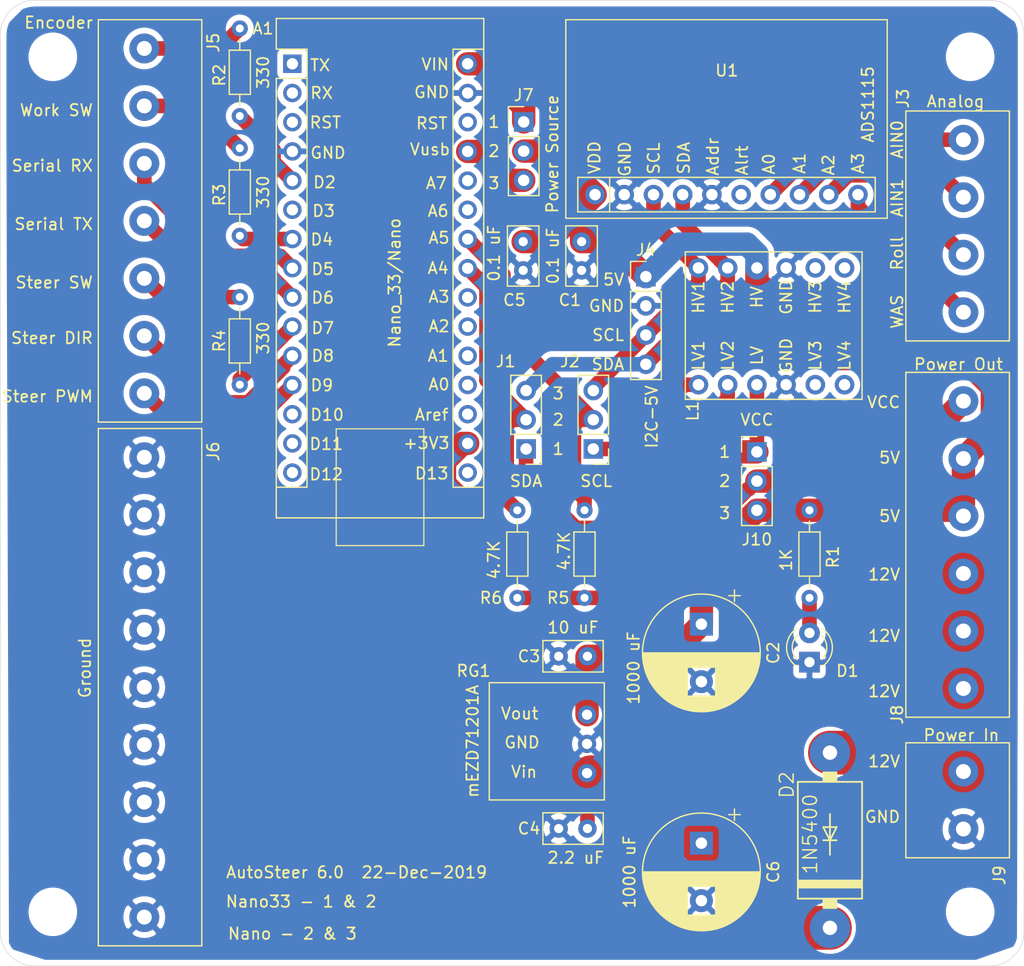
<source format=kicad_pcb>
(kicad_pcb (version 20171130) (host pcbnew "(5.1.2)-2")
  (layers (0 F.Cu signal) (31 B.Cu signal) (34 B.Paste user) (35 F.Paste user) (36 B.SilkS user) (37 F.SilkS user) (38 B.Mask user) (39 F.Mask user) (44 Edge.Cuts user))
  (net 0 "")
  (net 1 "Net-(A1-Pad16)")
  (net 2 "Net-(A1-Pad17)")
  (net 3 "Net-(A1-Pad3)")
  (net 4 "Net-(A1-Pad18)")
  (net 5 "Net-(A1-Pad4)")
  (net 6 GND)
  (net 7 "Net-(A1-Pad5)")
  (net 8 "Net-(A1-Pad20)")
  (net 9 "Net-(A1-Pad6)")
  (net 10 "Net-(A1-Pad21)")
  (net 11 "Net-(A1-Pad7)")
  (net 12 "Net-(A1-Pad22)")
  (net 13 "Net-(A1-Pad8)")
  (net 14 "Net-(A1-Pad23)")
  (net 15 "Net-(A1-Pad9)")
  (net 16 "Net-(A1-Pad24)")
  (net 17 "Net-(A1-Pad10)")
  (net 18 "Net-(A1-Pad25)")
  (net 19 "Net-(A1-Pad11)")
  (net 20 "Net-(A1-Pad26)")
  (net 21 "Net-(A1-Pad12)")
  (net 22 "Net-(A1-Pad27)")
  (net 23 "Net-(A1-Pad13)")
  (net 24 "Net-(A1-Pad28)")
  (net 25 "Net-(A1-Pad29)")
  (net 26 "Net-(A1-Pad15)")
  (net 27 "Net-(A1-Pad30)")
  (net 28 "Net-(A1-Pad1)")
  (net 29 "Net-(C1-Pad1)")
  (net 30 "Net-(J1-Pad3)")
  (net 31 "Net-(J1-Pad1)")
  (net 32 "Net-(J2-Pad1)")
  (net 33 "Net-(U1-Pad6)")
  (net 34 "Net-(A1-Pad2)")
  (net 35 "Net-(J2-Pad3)")
  (net 36 "Net-(D1-Pad2)")
  (net 37 "Net-(D2-PadA)")
  (net 38 "Net-(C4-Pad1)")
  (net 39 "Net-(J3-Pad4)")
  (net 40 "Net-(J3-Pad3)")
  (net 41 "Net-(J3-Pad2)")
  (net 42 "Net-(J3-Pad1)")
  (net 43 "Net-(J5-Pad5)")
  (net 44 "Net-(J5-Pad2)")
  (net 45 "Net-(J5-Pad1)")
  (net 46 "Net-(J10-Pad2)")
  (net 47 "Net-(L1-Pad12)")
  (net 48 "Net-(L1-Pad11)")
  (net 49 "Net-(L1-Pad6)")
  (net 50 "Net-(L1-Pad5)")
  (module Connector_PinHeader_2.54mm:PinHeader_1x03_P2.54mm_Vertical (layer F.Cu) (at 130.556 97.028 180)
    (fp_text reference J2 (at 2.032 7.62) (layer F.SilkS))
    (fp_text value SCL (at -0.254 -2.794 180) (layer F.SilkS))
    (pad 3 thru_hole oval (at 0 5.08 180) (size 1.7 1.7) (drill 1) (layers *.Cu *.Mask) (net 35 "Net-(J2-Pad3)"))
    (pad 2 thru_hole oval (at 0 2.54 180) (size 1.7 1.7) (drill 1) (layers *.Cu *.Mask) (net 15 "Net-(A1-Pad9)"))
    (pad 1 thru_hole rect (at 0 0 180) (size 1.7 1.7) (drill 1) (layers *.Cu *.Mask) (net 32 "Net-(J2-Pad1)"))
  )
  (module "my library:Phoenix_6_pin_5mm_terminal_block" (layer F.Cu) (at 157.734 120.363 90)
    (fp_text reference J8 (at 0.221 -0.762 90) (layer F.SilkS))
    (fp_text value "Power Out" (at 30.701 4.572 180) (layer F.SilkS))
    (pad 6 thru_hole circle (at 27.5 5 90) (size 2.6 2.6) (drill 1.3) (layers *.Cu *.Mask) (net 46 "Net-(J10-Pad2)"))
    (pad 5 thru_hole circle (at 22.5 5 90) (size 2.6 2.6) (drill 1.3) (layers *.Cu *.Mask) (net 29 "Net-(C1-Pad1)"))
    (pad 4 thru_hole circle (at 17.5 5 90) (size 2.6 2.6) (drill 1.3) (layers *.Cu *.Mask) (net 29 "Net-(C1-Pad1)"))
    (pad 3 thru_hole circle (at 12.5 5 90) (size 2.6 2.6) (drill 1.3) (layers *.Cu *.Mask) (net 38 "Net-(C4-Pad1)"))
    (pad 2 thru_hole circle (at 7.5 5 90) (size 2.6 2.6) (drill 1.3) (layers *.Cu *.Mask) (net 38 "Net-(C4-Pad1)"))
    (pad 1 thru_hole circle (at 2.5 5 90) (size 2.6 2.6) (drill 1.3) (layers *.Cu *.Mask) (net 38 "Net-(C4-Pad1)"))
  )
  (module "my library:Phoenix_9_pin_5mm_terminal_block" (layer F.Cu) (at 96.52 95.25 270)
    (fp_text reference J6 (at 2 -1 90) (layer F.SilkS))
    (fp_text value Ground (at 20.828 10.16 90) (layer F.SilkS))
    (pad 9 thru_hole circle (at 42.5 5 270) (size 2.6 2.6) (drill 1.3) (layers *.Cu *.Mask) (net 6 GND))
    (pad 8 thru_hole circle (at 37.5 5 270) (size 2.6 2.6) (drill 1.3) (layers *.Cu *.Mask) (net 6 GND))
    (pad 7 thru_hole circle (at 32.5 5 270) (size 2.6 2.6) (drill 1.3) (layers *.Cu *.Mask) (net 6 GND))
    (pad 6 thru_hole circle (at 27.5 5 270) (size 2.6 2.6) (drill 1.3) (layers *.Cu *.Mask) (net 6 GND))
    (pad 5 thru_hole circle (at 22.5 5 270) (size 2.6 2.6) (drill 1.3) (layers *.Cu *.Mask) (net 6 GND))
    (pad 4 thru_hole circle (at 17.5 5 270) (size 2.6 2.6) (drill 1.3) (layers *.Cu *.Mask) (net 6 GND))
    (pad 3 thru_hole circle (at 12.5 5 270) (size 2.6 2.6) (drill 1.3) (layers *.Cu *.Mask) (net 6 GND))
    (pad 2 thru_hole circle (at 7.5 5 270) (size 2.6 2.6) (drill 1.3) (layers *.Cu *.Mask) (net 6 GND))
    (pad 1 thru_hole circle (at 2.5 5 270) (size 2.6 2.6) (drill 1.3) (layers *.Cu *.Mask) (net 6 GND))
  )
  (module "my library:Phoenix_7_pin_5mm_terminal_block" (layer F.Cu) (at 96.52 59.69 270)
    (fp_text reference J5 (at 2 -1 90) (layer F.SilkS))
    (fp_text value GPIO's)
    (pad 7 thru_hole circle (at 32.5 5 270) (size 2.6 2.6) (drill 1.3) (layers *.Cu *.Mask) (net 22 "Net-(A1-Pad27)"))
    (pad 6 thru_hole circle (at 27.5 5 270) (size 2.6 2.6) (drill 1.3) (layers *.Cu *.Mask) (net 20 "Net-(A1-Pad26)"))
    (pad 5 thru_hole circle (at 22.5 5 270) (size 2.6 2.6) (drill 1.3) (layers *.Cu *.Mask) (net 43 "Net-(J5-Pad5)"))
    (pad 4 thru_hole circle (at 17.5 5 270) (size 2.6 2.6) (drill 1.3) (layers *.Cu *.Mask) (net 16 "Net-(A1-Pad24)"))
    (pad 3 thru_hole circle (at 12.5 5 270) (size 2.6 2.6) (drill 1.3) (layers *.Cu *.Mask) (net 14 "Net-(A1-Pad23)"))
    (pad 2 thru_hole circle (at 7.5 5 270) (size 2.6 2.6) (drill 1.3) (layers *.Cu *.Mask) (net 44 "Net-(J5-Pad2)"))
    (pad 1 thru_hole circle (at 2.5 5 270) (size 2.6 2.6) (drill 1.3) (layers *.Cu *.Mask) (net 45 "Net-(J5-Pad1)"))
  )
  (module "my library:Phoenix_4_pin_5mm_terminal_block" (layer F.Cu) (at 157.734 87.63 90)
    (fp_text reference J3 (at 21.082 -0.254 90) (layer F.SilkS))
    (fp_text value Analog (at 20.828 4.318 180) (layer F.SilkS))
    (pad 4 thru_hole circle (at 17.5 5 90) (size 2.6 2.6) (drill 1.3) (layers *.Cu *.Mask) (net 39 "Net-(J3-Pad4)"))
    (pad 3 thru_hole circle (at 12.5 5 90) (size 2.6 2.6) (drill 1.3) (layers *.Cu *.Mask) (net 40 "Net-(J3-Pad3)"))
    (pad 2 thru_hole circle (at 7.5 5 90) (size 2.6 2.6) (drill 1.3) (layers *.Cu *.Mask) (net 41 "Net-(J3-Pad2)"))
    (pad 1 thru_hole circle (at 2.5 5 90) (size 2.6 2.6) (drill 1.3) (layers *.Cu *.Mask) (net 42 "Net-(J3-Pad1)"))
  )
  (module "my library:1N5400" (layer F.Cu) (at 151.13 131.064 90)
    (fp_text reference D2 (at 3.556 -3.048 90) (layer F.SilkS) (effects (font (size 1.2065 1.2065) (thickness 0.127)) (justify left bottom)))
    (fp_text value 1N5400 (at -3.048 -1.016 90) (layer F.SilkS) (effects (font (size 1.2065 1.2065) (thickness 0.127)) (justify left bottom)))
    (pad C thru_hole circle (at -7.62 0 90) (size 3.5 3.5) (drill 1.25) (layers *.Cu *.Mask) (net 38 "Net-(C4-Pad1)"))
    (pad A thru_hole circle (at 7.62 0 90) (size 3.5 3.5) (drill 1.25) (layers *.Cu *.Mask) (net 37 "Net-(D2-PadA)"))
  )
  (module Capacitor_THT:C_Disc_D5.0mm_W2.5mm_P2.50mm (layer F.Cu) (at 130.048 130.048 180)
    (fp_text reference C4 (at 5.08 0) (layer F.SilkS))
    (fp_text value "2.2 uF" (at 1.016 -2.54) (layer F.SilkS))
    (pad 2 thru_hole circle (at 2.5 0 180) (size 1.6 1.6) (drill 0.8) (layers *.Cu *.Mask) (net 6 GND))
    (pad 1 thru_hole circle (at 0 0 180) (size 1.6 1.6) (drill 0.8) (layers *.Cu *.Mask) (net 38 "Net-(C4-Pad1)"))
  )
  (module Capacitor_THT:C_Disc_D5.0mm_W2.5mm_P2.50mm (layer F.Cu) (at 130.048 115.062 180)
    (fp_text reference C3 (at 5.08 0) (layer F.SilkS))
    (fp_text value "10 uF" (at 1.25 2.5) (layer F.SilkS))
    (pad 2 thru_hole circle (at 2.5 0 180) (size 1.6 1.6) (drill 0.8) (layers *.Cu *.Mask) (net 6 GND))
    (pad 1 thru_hole circle (at 0 0 180) (size 1.6 1.6) (drill 0.8) (layers *.Cu *.Mask) (net 29 "Net-(C1-Pad1)"))
  )
  (module Resistor_THT:R_Axial_DIN0204_L3.6mm_D1.6mm_P7.62mm_Horizontal (layer F.Cu) (at 99.822 60.452 270)
    (fp_text reference R2 (at 4.064 1.778 90) (layer F.SilkS))
    (fp_text value 330 (at 3.81 -2.032 90) (layer F.SilkS))
    (pad 2 thru_hole oval (at 7.62 0 270) (size 1.4 1.4) (drill 0.7) (layers *.Cu *.Mask) (net 8 "Net-(A1-Pad20)"))
    (pad 1 thru_hole circle (at 0 0 270) (size 1.4 1.4) (drill 0.7) (layers *.Cu *.Mask) (net 45 "Net-(J5-Pad1)"))
  )
  (module "my library:LLC" (layer F.Cu) (at 157.48 78.74 90)
    (fp_text reference L1 (at -14.986 -18.288 90) (layer F.SilkS))
    (fp_text value LLC)
    (fp_text user HV3 (at -5.08 -7.62 90) (layer F.SilkS))
    (fp_text user HV4 (at -5.08 -5.08 90) (layer F.SilkS))
    (fp_text user GND (at -5.08 -10.16 90) (layer F.SilkS))
    (fp_text user HV (at -5.08 -12.7 90) (layer F.SilkS))
    (fp_text user HV2 (at -5.08 -15.24 90) (layer F.SilkS))
    (fp_text user HV1 (at -5.08 -17.78 90) (layer F.SilkS))
    (fp_text user LV4 (at -10.16 -5.08 90) (layer F.SilkS))
    (fp_text user LV3 (at -10.16 -7.62 90) (layer F.SilkS))
    (fp_text user GND (at -10.16 -10.16 90) (layer F.SilkS))
    (fp_text user LV (at -10.16 -12.7 90) (layer F.SilkS))
    (fp_text user LV2 (at -10.16 -15.24 90) (layer F.SilkS))
    (fp_text user LV1 (at -10.16 -17.78 90) (layer F.SilkS))
    (pad 12 thru_hole circle (at -2.54 -5.08 90) (size 1.7 1.7) (drill 1) (layers *.Cu *.Mask) (net 47 "Net-(L1-Pad12)"))
    (pad 11 thru_hole circle (at -2.54 -7.62 90) (size 1.7 1.7) (drill 1) (layers *.Cu *.Mask) (net 48 "Net-(L1-Pad11)"))
    (pad 10 thru_hole circle (at -2.54 -10.16 90) (size 1.7 1.7) (drill 1) (layers *.Cu *.Mask) (net 6 GND))
    (pad 9 thru_hole circle (at -2.54 -12.7 90) (size 1.7 1.7) (drill 1) (layers *.Cu *.Mask) (net 29 "Net-(C1-Pad1)"))
    (pad 8 thru_hole circle (at -2.54 -15.24 90) (size 1.7 1.7) (drill 1) (layers *.Cu *.Mask) (net 30 "Net-(J1-Pad3)"))
    (pad 7 thru_hole circle (at -2.54 -17.78 90) (size 1.7 1.7) (drill 1) (layers *.Cu *.Mask) (net 35 "Net-(J2-Pad3)"))
    (pad 6 thru_hole circle (at -12.7 -5.08 90) (size 1.7 1.7) (drill 1) (layers *.Cu *.Mask) (net 49 "Net-(L1-Pad6)"))
    (pad 5 thru_hole circle (at -12.7 -7.62 90) (size 1.7 1.7) (drill 1) (layers *.Cu *.Mask) (net 50 "Net-(L1-Pad5)"))
    (pad 4 thru_hole circle (at -12.7 -10.16 90) (size 1.7 1.7) (drill 1) (layers *.Cu *.Mask) (net 6 GND))
    (pad 3 thru_hole circle (at -12.7 -12.7 90) (size 1.7 1.7) (drill 1) (layers *.Cu *.Mask) (net 34 "Net-(A1-Pad2)"))
    (pad 2 thru_hole circle (at -12.7 -15.24 90) (size 1.7 1.7) (drill 1) (layers *.Cu *.Mask) (net 31 "Net-(J1-Pad1)"))
    (pad 1 thru_hole circle (at -12.7 -17.78 90) (size 1.7 1.7) (drill 1) (layers *.Cu *.Mask) (net 32 "Net-(J2-Pad1)"))
  )
  (module "my library:ads1115" (layer F.Cu) (at 129.032 76.454)
    (fp_text reference U1 (at 13.1318 -12.3444) (layer F.SilkS))
    (fp_text value ADS1115 (at 25.4 -9.398 270) (layer F.SilkS))
    (fp_text user A3 (at 24.5364 -4.2672 90) (layer F.SilkS))
    (fp_text user A2 (at 21.971 -4.1402 90) (layer F.SilkS))
    (fp_text user A1 (at 19.4564 -4.2672 90) (layer F.SilkS))
    (fp_text user A0 (at 16.7894 -4.2164 90) (layer F.SilkS))
    (fp_text user Alrt (at 14.4526 -4.5212 90) (layer F.SilkS))
    (fp_text user Addr (at 11.9126 -4.8514 90) (layer F.SilkS))
    (fp_text user SDA (at 9.398 -4.7244 90) (layer F.SilkS))
    (fp_text user SCL (at 6.7818 -4.699 90) (layer F.SilkS))
    (fp_text user GND (at 4.2672 -4.6482 90) (layer F.SilkS))
    (fp_text user VDD (at 1.6256 -4.7752 90) (layer F.SilkS))
    (pad 10 thru_hole circle (at 24.5364 -1.5494) (size 1.7 1.7) (drill 1) (layers *.Cu *.Mask) (net 42 "Net-(J3-Pad1)"))
    (pad 9 thru_hole circle (at 21.9964 -1.5494) (size 1.7 1.7) (drill 1) (layers *.Cu *.Mask) (net 41 "Net-(J3-Pad2)"))
    (pad 8 thru_hole circle (at 19.4564 -1.5494) (size 1.7 1.7) (drill 1) (layers *.Cu *.Mask) (net 40 "Net-(J3-Pad3)"))
    (pad 7 thru_hole circle (at 16.9164 -1.5494) (size 1.7 1.7) (drill 1) (layers *.Cu *.Mask) (net 39 "Net-(J3-Pad4)"))
    (pad 6 thru_hole circle (at 14.3764 -1.5494) (size 1.7 1.7) (drill 1) (layers *.Cu *.Mask) (net 33 "Net-(U1-Pad6)"))
    (pad 5 thru_hole circle (at 11.8364 -1.5494) (size 1.7 1.7) (drill 1) (layers *.Cu *.Mask) (net 6 GND))
    (pad 4 thru_hole circle (at 9.2964 -1.5494) (size 1.7 1.7) (drill 1) (layers *.Cu *.Mask) (net 30 "Net-(J1-Pad3)"))
    (pad 3 thru_hole circle (at 6.7564 -1.5494) (size 1.7 1.7) (drill 1) (layers *.Cu *.Mask) (net 35 "Net-(J2-Pad3)"))
    (pad 2 thru_hole circle (at 4.2164 -1.5494) (size 1.7 1.7) (drill 1) (layers *.Cu *.Mask) (net 6 GND))
    (pad 1 thru_hole circle (at 1.6764 -1.5494) (size 1.7 1.7) (drill 1) (layers *.Cu *.Mask) (net 29 "Net-(C1-Pad1)"))
  )
  (module Resistor_THT:R_Axial_DIN0204_L3.6mm_D1.6mm_P7.62mm_Horizontal (layer F.Cu) (at 129.794 109.982 90)
    (fp_text reference R5 (at 0 -2.286) (layer F.SilkS))
    (fp_text value 4.7K (at 4.064 -1.778 270) (layer F.SilkS))
    (pad 2 thru_hole oval (at 7.62 0 90) (size 1.4 1.4) (drill 0.7) (layers *.Cu *.Mask) (net 15 "Net-(A1-Pad9)"))
    (pad 1 thru_hole circle (at 0 0 90) (size 1.4 1.4) (drill 0.7) (layers *.Cu *.Mask) (net 46 "Net-(J10-Pad2)"))
  )
  (module Resistor_THT:R_Axial_DIN0204_L3.6mm_D1.6mm_P7.62mm_Horizontal (layer F.Cu) (at 123.952 109.982 90)
    (fp_text reference R6 (at 0 -2.286) (layer F.SilkS))
    (fp_text value 4.7K (at 3.302 -2.032 270) (layer F.SilkS))
    (pad 2 thru_hole oval (at 7.62 0 90) (size 1.4 1.4) (drill 0.7) (layers *.Cu *.Mask) (net 13 "Net-(A1-Pad8)"))
    (pad 1 thru_hole circle (at 0 0 90) (size 1.4 1.4) (drill 0.7) (layers *.Cu *.Mask) (net 46 "Net-(J10-Pad2)"))
  )
  (module "my library:mEZD71201A" (layer F.Cu) (at 121.513 127.56 90)
    (fp_text reference RG1 (at 11.228 -1.371 180) (layer F.SilkS))
    (fp_text value mEZD71201A (at 5.1054 -1.4478 90) (layer F.SilkS))
    (fp_text user Vin (at 2.4384 3.0226) (layer F.SilkS))
    (fp_text user GND (at 5.0038 2.8448) (layer F.SilkS))
    (fp_text user Vout (at 7.5184 2.6416) (layer F.SilkS))
    (pad 3 thru_hole circle (at 7.4168 8.5 180) (size 1.59 1.59) (drill 0.89) (layers *.Cu *.Mask) (net 29 "Net-(C1-Pad1)"))
    (pad 2 thru_hole circle (at 4.8768 8.5 180) (size 1.59 1.59) (drill 0.89) (layers *.Cu *.Mask) (net 6 GND))
    (pad 1 thru_hole circle (at 2.3368 8.5 180) (size 1.59 1.59) (drill 0.89) (layers *.Cu *.Mask) (net 38 "Net-(C4-Pad1)"))
  )
  (module "my library:Phoenix_2_pin_5mm_terminal_block" (layer F.Cu) (at 157.734 132.588 90)
    (fp_text reference J9 (at -1.524 8.128 90) (layer F.SilkS))
    (fp_text value "Power In" (at 10.668 4.826 180) (layer F.SilkS))
    (pad 2 thru_hole circle (at 7.5 5 90) (size 2.6 2.6) (drill 1.3) (layers *.Cu *.Mask) (net 37 "Net-(D2-PadA)"))
    (pad 1 thru_hole circle (at 2.5 5 90) (size 2.6 2.6) (drill 1.3) (layers *.Cu *.Mask) (net 6 GND))
  )
  (module Capacitor_THT:C_Disc_D5.0mm_W2.5mm_P2.50mm (layer F.Cu) (at 124.46 78.994 270)
    (fp_text reference C5 (at 5.08 0.762) (layer F.SilkS))
    (fp_text value "0.1 uF" (at 1.016 2.54 270) (layer F.SilkS))
    (pad 2 thru_hole circle (at 2.5 0 270) (size 1.6 1.6) (drill 0.8) (layers *.Cu *.Mask) (net 6 GND))
    (pad 1 thru_hole circle (at 0 0 270) (size 1.6 1.6) (drill 0.8) (layers *.Cu *.Mask) (net 29 "Net-(C1-Pad1)"))
  )
  (module MountingHole:MountingHole_3.2mm_M3 (layer F.Cu) (at 83.566 137.291)
    (fp_text reference REF** hide)
    (fp_text value MountingHole_3.2mm_M3 hide)
    (pad 1 np_thru_hole circle (at 0 0) (size 3.2 3.2) (drill 3.2) (layers *.Cu *.Mask))
  )
  (module MountingHole:MountingHole_3.2mm_M3 (layer F.Cu) (at 83.566 62.915001)
    (fp_text reference REF** hide)
    (fp_text value MountingHole_3.2mm_M3 hide)
    (pad 1 np_thru_hole circle (at 0 0) (size 3.2 3.2) (drill 3.2) (layers *.Cu *.Mask))
  )
  (module MountingHole:MountingHole_3.2mm_M3 (layer F.Cu) (at 163.322 137.291)
    (fp_text reference REF** hide)
    (fp_text value MountingHole_3.2mm_M3 hide)
    (pad 1 np_thru_hole circle (at 0 0) (size 3.2 3.2) (drill 3.2) (layers *.Cu *.Mask))
  )
  (module MountingHole:MountingHole_3.2mm_M3 (layer F.Cu) (at 163.322 62.915001)
    (fp_text reference REF** hide)
    (fp_text value MountingHole_3.2mm_M3 hide)
    (pad 1 np_thru_hole circle (at 0 0) (size 3.2 3.2) (drill 3.2) (layers *.Cu *.Mask))
  )
  (module Resistor_THT:R_Axial_DIN0204_L3.6mm_D1.6mm_P7.62mm_Horizontal (layer F.Cu) (at 99.822 70.866 270)
    (fp_text reference R3 (at 4.064 1.778 90) (layer F.SilkS))
    (fp_text value 330 (at 3.81 -2.032 90) (layer F.SilkS))
    (pad 2 thru_hole oval (at 7.62 0 270) (size 1.4 1.4) (drill 0.7) (layers *.Cu *.Mask) (net 12 "Net-(A1-Pad22)"))
    (pad 1 thru_hole circle (at 0 0 270) (size 1.4 1.4) (drill 0.7) (layers *.Cu *.Mask) (net 44 "Net-(J5-Pad2)"))
  )
  (module Resistor_THT:R_Axial_DIN0204_L3.6mm_D1.6mm_P7.62mm_Horizontal (layer F.Cu) (at 99.822 83.82 270)
    (fp_text reference R4 (at 3.81 1.778 90) (layer F.SilkS))
    (fp_text value 330 (at 3.556 -2.032 90) (layer F.SilkS))
    (pad 2 thru_hole oval (at 7.62 0 270) (size 1.4 1.4) (drill 0.7) (layers *.Cu *.Mask) (net 18 "Net-(A1-Pad25)"))
    (pad 1 thru_hole circle (at 0 0 270) (size 1.4 1.4) (drill 0.7) (layers *.Cu *.Mask) (net 43 "Net-(J5-Pad5)"))
  )
  (module Resistor_THT:R_Axial_DIN0204_L3.6mm_D1.6mm_P7.62mm_Horizontal (layer F.Cu) (at 149.352 102.362 270)
    (fp_text reference R1 (at 4.064 -2.032 90) (layer F.SilkS))
    (fp_text value 1K (at 4.318 2.032 90) (layer F.SilkS))
    (pad 2 thru_hole oval (at 7.62 0 270) (size 1.4 1.4) (drill 0.7) (layers *.Cu *.Mask) (net 36 "Net-(D1-Pad2)"))
    (pad 1 thru_hole circle (at 0 0 270) (size 1.4 1.4) (drill 0.7) (layers *.Cu *.Mask) (net 29 "Net-(C1-Pad1)"))
  )
  (module Connector_PinHeader_2.54mm:PinHeader_1x03_P2.54mm_Vertical (layer F.Cu) (at 144.78 97.282)
    (fp_text reference J10 (at 0 7.62) (layer F.SilkS))
    (fp_text value VCC (at 0 -2.794) (layer F.SilkS))
    (pad 3 thru_hole oval (at 0 5.08) (size 1.7 1.7) (drill 1) (layers *.Cu *.Mask) (net 29 "Net-(C1-Pad1)"))
    (pad 2 thru_hole oval (at 0 2.54) (size 1.7 1.7) (drill 1) (layers *.Cu *.Mask) (net 46 "Net-(J10-Pad2)"))
    (pad 1 thru_hole rect (at 0 0) (size 1.7 1.7) (drill 1) (layers *.Cu *.Mask) (net 34 "Net-(A1-Pad2)"))
  )
  (module Connector_PinHeader_2.54mm:PinHeader_1x03_P2.54mm_Vertical (layer F.Cu) (at 124.506 68.58)
    (fp_text reference J7 (at 0 -2.33) (layer F.SilkS))
    (fp_text value "Power Source" (at 2.494 2.794 90) (layer F.SilkS))
    (pad 3 thru_hole oval (at 0 5.08) (size 1.7 1.7) (drill 1) (layers *.Cu *.Mask) (net 21 "Net-(A1-Pad12)"))
    (pad 2 thru_hole oval (at 0 2.54) (size 1.7 1.7) (drill 1) (layers *.Cu *.Mask) (net 29 "Net-(C1-Pad1)"))
    (pad 1 thru_hole rect (at 0 0) (size 1.7 1.7) (drill 1) (layers *.Cu *.Mask) (net 26 "Net-(A1-Pad15)"))
  )
  (module Connector_PinHeader_2.54mm:PinHeader_1x04_P2.54mm_Vertical (layer F.Cu) (at 135.128 82.042)
    (fp_text reference J4 (at 0 -2.33) (layer F.SilkS))
    (fp_text value I2C-5V (at 0.508 12.192 90) (layer F.SilkS))
    (pad 4 thru_hole oval (at 0 7.62) (size 1.7 1.7) (drill 1) (layers *.Cu *.Mask) (net 30 "Net-(J1-Pad3)"))
    (pad 3 thru_hole oval (at 0 5.08) (size 1.7 1.7) (drill 1) (layers *.Cu *.Mask) (net 35 "Net-(J2-Pad3)"))
    (pad 2 thru_hole oval (at 0 2.54) (size 1.7 1.7) (drill 1) (layers *.Cu *.Mask) (net 6 GND))
    (pad 1 thru_hole rect (at 0 0) (size 1.7 1.7) (drill 1) (layers *.Cu *.Mask) (net 29 "Net-(C1-Pad1)"))
  )
  (module Connector_PinHeader_2.54mm:PinHeader_1x03_P2.54mm_Vertical (layer F.Cu) (at 124.714 97.028 180)
    (fp_text reference J1 (at 1.778 7.62) (layer F.SilkS))
    (fp_text value SDA (at 0 -2.794 180) (layer F.SilkS))
    (pad 3 thru_hole oval (at 0 5.08 180) (size 1.7 1.7) (drill 1) (layers *.Cu *.Mask) (net 30 "Net-(J1-Pad3)"))
    (pad 2 thru_hole oval (at 0 2.54 180) (size 1.7 1.7) (drill 1) (layers *.Cu *.Mask) (net 13 "Net-(A1-Pad8)"))
    (pad 1 thru_hole rect (at 0 0 180) (size 1.7 1.7) (drill 1) (layers *.Cu *.Mask) (net 31 "Net-(J1-Pad1)"))
  )
  (module LED_THT:LED_D3.0mm (layer F.Cu) (at 149.352 115.57 90)
    (fp_text reference D1 (at -0.762 3.302 180) (layer F.SilkS))
    (fp_text value LED)
    (pad 2 thru_hole circle (at 2.54 0 90) (size 1.8 1.8) (drill 0.9) (layers *.Cu *.Mask) (net 36 "Net-(D1-Pad2)"))
    (pad 1 thru_hole rect (at 0 0 90) (size 1.8 1.8) (drill 0.9) (layers *.Cu *.Mask) (net 6 GND))
  )
  (module Capacitor_THT:CP_Radial_D10.0mm_P5.00mm (layer F.Cu) (at 139.954 131.318 270)
    (fp_text reference C6 (at 2.5 -6.25 90) (layer F.SilkS))
    (fp_text value "1000 uF" (at 2.5 6.25 90) (layer F.SilkS))
    (pad 2 thru_hole circle (at 5 0 270) (size 2 2) (drill 1) (layers *.Cu *.Mask) (net 6 GND))
    (pad 1 thru_hole rect (at 0 0 270) (size 2 2) (drill 1) (layers *.Cu *.Mask) (net 38 "Net-(C4-Pad1)"))
  )
  (module Capacitor_THT:C_Disc_D5.0mm_W2.5mm_P2.50mm (layer F.Cu) (at 129.54 78.994 270)
    (fp_text reference C1 (at 5.08 1.016 180) (layer F.SilkS))
    (fp_text value "0.1 uF" (at 1.25 2.5 90) (layer F.SilkS))
    (pad 2 thru_hole circle (at 2.5 0 270) (size 1.6 1.6) (drill 0.8) (layers *.Cu *.Mask) (net 6 GND))
    (pad 1 thru_hole circle (at 0 0 270) (size 1.6 1.6) (drill 0.8) (layers *.Cu *.Mask) (net 29 "Net-(C1-Pad1)"))
  )
  (module Capacitor_THT:CP_Radial_D10.0mm_P5.00mm (layer F.Cu) (at 139.954 112.268 270)
    (fp_text reference C2 (at 2.5 -6.25 90) (layer F.SilkS))
    (fp_text value "1000 uF" (at 3.81 5.891334 90) (layer F.SilkS))
    (pad 2 thru_hole circle (at 5 0 270) (size 2 2) (drill 1) (layers *.Cu *.Mask) (net 6 GND))
    (pad 1 thru_hole rect (at 0 0 270) (size 2 2) (drill 1) (layers *.Cu *.Mask) (net 29 "Net-(C1-Pad1)"))
  )
  (module "my library:Nano_33" (layer F.Cu) (at 104.394 63.525001)
    (fp_text reference A1 (at -2.54 -3.073001) (layer F.SilkS))
    (fp_text value Nano_33/Nano (at 8.89 19.05 90) (layer F.SilkS))
    (fp_text user D13 (at 12.1158 35.6362) (layer F.SilkS))
    (fp_text user +3V3 (at 11.6586 32.9946) (layer F.SilkS))
    (fp_text user Aref (at 12.1158 30.5308) (layer F.SilkS))
    (fp_text user A0 (at 12.7508 27.8892) (layer F.SilkS))
    (fp_text user A1 (at 12.6746 25.4) (layer F.SilkS))
    (fp_text user A2 (at 12.7508 22.8346) (layer F.SilkS))
    (fp_text user A3 (at 12.7508 20.2692) (layer F.SilkS))
    (fp_text user A4 (at 12.6746 17.78) (layer F.SilkS))
    (fp_text user A5 (at 12.7508 15.1384) (layer F.SilkS))
    (fp_text user A6 (at 12.6746 12.8016) (layer F.SilkS))
    (fp_text user A7 (at 12.5222 10.3886) (layer F.SilkS))
    (fp_text user Vusb (at 11.9634 7.4422) (layer F.SilkS))
    (fp_text user RST (at 12.1158 5.1816) (layer F.SilkS))
    (fp_text user GND (at 12.1158 2.4638) (layer F.SilkS))
    (fp_text user VIN (at 12.4206 0.0508) (layer F.SilkS))
    (fp_text user D12 (at 2.9464 35.7124) (layer F.SilkS))
    (fp_text user D11 (at 2.9464 33.0708) (layer F.SilkS))
    (fp_text user D10 (at 3.0226 30.5308) (layer F.SilkS))
    (fp_text user D9 (at 2.5654 27.9654) (layer F.SilkS))
    (fp_text user D8 (at 2.6416 25.4) (layer F.SilkS))
    (fp_text user D7 (at 2.6416 22.987) (layer F.SilkS))
    (fp_text user D6 (at 2.6416 20.3454) (layer F.SilkS))
    (fp_text user D5 (at 2.6416 17.8562) (layer F.SilkS))
    (fp_text user D4 (at 2.5654 15.2908) (layer F.SilkS))
    (fp_text user D3 (at 2.7178 12.8016) (layer F.SilkS))
    (fp_text user D2 (at 2.794 10.3124) (layer F.SilkS))
    (fp_text user GND (at 3.0988 7.747) (layer F.SilkS))
    (fp_text user RST (at 2.8702 5.1054) (layer F.SilkS))
    (fp_text user RX (at 2.54 2.54) (layer F.SilkS))
    (fp_text user TX (at 2.413 0.127) (layer F.SilkS))
    (pad 16 thru_hole rect (at 0 0) (size 1.6 1.6) (drill 0.9906) (layers *.Cu *.Mask) (net 1 "Net-(A1-Pad16)"))
    (pad 2 thru_hole oval (at 15.24 33.02) (size 1.6 1.6) (drill 0.9906) (layers *.Cu *.Mask) (net 34 "Net-(A1-Pad2)"))
    (pad 17 thru_hole oval (at 0 2.54) (size 1.6 1.6) (drill 0.9906) (layers *.Cu *.Mask) (net 2 "Net-(A1-Pad17)"))
    (pad 3 thru_hole oval (at 15.24 30.48) (size 1.6 1.6) (drill 0.9906) (layers *.Cu *.Mask) (net 3 "Net-(A1-Pad3)"))
    (pad 18 thru_hole oval (at 0 5.08) (size 1.6 1.6) (drill 0.9906) (layers *.Cu *.Mask) (net 4 "Net-(A1-Pad18)"))
    (pad 4 thru_hole oval (at 15.24 27.94) (size 1.6 1.6) (drill 0.9906) (layers *.Cu *.Mask) (net 5 "Net-(A1-Pad4)"))
    (pad 19 thru_hole oval (at 0 7.62) (size 1.6 1.6) (drill 0.9906) (layers *.Cu *.Mask) (net 6 GND))
    (pad 5 thru_hole oval (at 15.24 25.4) (size 1.6 1.6) (drill 0.9906) (layers *.Cu *.Mask) (net 7 "Net-(A1-Pad5)"))
    (pad 20 thru_hole oval (at 0 10.16) (size 1.6 1.6) (drill 0.9906) (layers *.Cu *.Mask) (net 8 "Net-(A1-Pad20)"))
    (pad 6 thru_hole oval (at 15.24 22.86) (size 1.6 1.6) (drill 0.9906) (layers *.Cu *.Mask) (net 9 "Net-(A1-Pad6)"))
    (pad 21 thru_hole oval (at 0 12.7) (size 1.6 1.6) (drill 0.9906) (layers *.Cu *.Mask) (net 10 "Net-(A1-Pad21)"))
    (pad 7 thru_hole oval (at 15.24 20.32) (size 1.6 1.6) (drill 0.9906) (layers *.Cu *.Mask) (net 11 "Net-(A1-Pad7)"))
    (pad 22 thru_hole oval (at 0 15.24) (size 1.6 1.6) (drill 0.9906) (layers *.Cu *.Mask) (net 12 "Net-(A1-Pad22)"))
    (pad 8 thru_hole oval (at 15.24 17.78) (size 1.6 1.6) (drill 0.9906) (layers *.Cu *.Mask) (net 13 "Net-(A1-Pad8)"))
    (pad 23 thru_hole oval (at 0 17.78) (size 1.6 1.6) (drill 0.9906) (layers *.Cu *.Mask) (net 14 "Net-(A1-Pad23)"))
    (pad 9 thru_hole oval (at 15.24 15.24) (size 1.6 1.6) (drill 0.9906) (layers *.Cu *.Mask) (net 15 "Net-(A1-Pad9)"))
    (pad 24 thru_hole oval (at 0 20.32) (size 1.6 1.6) (drill 0.9906) (layers *.Cu *.Mask) (net 16 "Net-(A1-Pad24)"))
    (pad 10 thru_hole oval (at 15.24 12.7) (size 1.6 1.6) (drill 0.9906) (layers *.Cu *.Mask) (net 17 "Net-(A1-Pad10)"))
    (pad 25 thru_hole oval (at 0 22.86) (size 1.6 1.6) (drill 0.9906) (layers *.Cu *.Mask) (net 18 "Net-(A1-Pad25)"))
    (pad 11 thru_hole oval (at 15.24 10.16) (size 1.6 1.6) (drill 0.9906) (layers *.Cu *.Mask) (net 19 "Net-(A1-Pad11)"))
    (pad 26 thru_hole oval (at 0 25.4) (size 1.6 1.6) (drill 0.9906) (layers *.Cu *.Mask) (net 20 "Net-(A1-Pad26)"))
    (pad 12 thru_hole oval (at 15.24 7.62) (size 1.6 1.6) (drill 0.9906) (layers *.Cu *.Mask) (net 21 "Net-(A1-Pad12)"))
    (pad 27 thru_hole oval (at 0 27.94) (size 1.6 1.6) (drill 0.9906) (layers *.Cu *.Mask) (net 22 "Net-(A1-Pad27)"))
    (pad 13 thru_hole oval (at 15.24 5.08) (size 1.6 1.6) (drill 0.9906) (layers *.Cu *.Mask) (net 23 "Net-(A1-Pad13)"))
    (pad 28 thru_hole oval (at 0 30.48) (size 1.6 1.6) (drill 0.9906) (layers *.Cu *.Mask) (net 24 "Net-(A1-Pad28)"))
    (pad 14 thru_hole oval (at 15.24 2.54) (size 1.6 1.6) (drill 0.9906) (layers *.Cu *.Mask) (net 6 GND))
    (pad 29 thru_hole oval (at 0 33.02) (size 1.6 1.6) (drill 0.9906) (layers *.Cu *.Mask) (net 25 "Net-(A1-Pad29)"))
    (pad 15 thru_hole oval (at 15.24 0) (size 1.6 1.6) (drill 0.9906) (layers *.Cu *.Mask) (net 26 "Net-(A1-Pad15)"))
    (pad 30 thru_hole oval (at 0 35.56) (size 1.6 1.6) (drill 0.9906) (layers *.Cu *.Mask) (net 27 "Net-(A1-Pad30)"))
    (pad 1 thru_hole oval (at 15.24 35.56) (size 1.6 1.6) (drill 0.9906) (layers *.Cu *.Mask) (net 28 "Net-(A1-Pad1)"))
  )
  (gr_text 3 (at 141.986 102.616) (layer F.SilkS) (effects (font (size 1 1))))
  (gr_text 2 (at 141.986 99.822) (layer F.SilkS) (effects (font (size 1 1))))
  (gr_text 1 (at 141.986 97.282) (layer F.SilkS) (effects (font (size 1 1))))
  (gr_text 1 (at 127.508 97.028) (layer F.SilkS) (effects (font (size 1 1))))
  (gr_text 2 (at 127.508 94.488) (layer F.SilkS) (effects (font (size 1 1))))
  (gr_text 3 (at 127.508 92.202) (layer F.SilkS) (effects (font (size 1 1))))
  (gr_text 1 (at 121.92 68.58) (layer F.SilkS) (effects (font (size 1 1))))
  (gr_text 2 (at 121.92 71.12) (layer F.SilkS) (effects (font (size 1 1))))
  (gr_text 3 (at 121.92 73.914) (layer F.SilkS) (effects (font (size 1 1))))
  (gr_text 12V (at 155.844857 124.206) (layer F.SilkS) (effects (font (size 1 1))))
  (gr_text 5V (at 156.321048 97.79) (layer F.SilkS) (effects (font (size 1 1))))
  (gr_text "12V\n" (at 155.844857 107.95) (layer F.SilkS) (effects (font (size 1 1))))
  (gr_text 5V (at 156.321048 102.87) (layer F.SilkS) (effects (font (size 1 1))))
  (gr_text WAS (at 156.972 85.09 90) (layer F.SilkS) (effects (font (size 1 1))))
  (gr_text "Steer SW" (at 83.685143 82.55) (layer F.SilkS) (effects (font (size 1 1))))
  (gr_text "Work SW" (at 83.875619 67.564) (layer F.SilkS) (effects (font (size 1 1))))
  (gr_text "Serial TX" (at 83.637524 77.47) (layer F.SilkS) (effects (font (size 1 1))))
  (gr_text "Serial RX" (at 83.518476 72.39) (layer F.SilkS) (effects (font (size 1 1))))
  (gr_text VCC (at 155.797238 92.964) (layer F.SilkS) (effects (font (size 1 1))))
  (gr_text Encoder (at 84.074 59.944) (layer F.SilkS) (effects (font (size 1 1))))
  (gr_arc (start 165 139) (end 165 142) (angle -90) (layer Edge.Cuts) (width 0.05))
  (gr_arc (start 82 139) (end 82 142) (angle 90) (layer Edge.Cuts) (width 0.05))
  (gr_arc (start 82 61) (end 82 58) (angle -90) (layer Edge.Cuts) (width 0.05))
  (gr_arc (start 165 61) (end 165 58) (angle 90) (layer Edge.Cuts) (width 0.05))
  (gr_line (start 168 139) (end 168 61) (layer Edge.Cuts) (width 0.05))
  (gr_line (start 82 142) (end 165 142) (layer Edge.Cuts) (width 0.05))
  (gr_line (start 79 61) (end 79 139) (layer Edge.Cuts) (width 0.05))
  (gr_line (start 165 58) (end 82 58) (layer Edge.Cuts) (width 0.05))
  (gr_text 5V (at 132.326 82.296) (layer F.SilkS) (effects (font (size 1 1))))
  (gr_text GND (at 131.706952 84.582) (layer F.SilkS) (effects (font (size 1 1))))
  (gr_text SCL (at 131.849809 87.122) (layer F.SilkS) (effects (font (size 1 1))))
  (gr_text SDA (at 131.826 89.662) (layer F.SilkS) (effects (font (size 1 1))))
  (gr_text GND (at 155.702 129.032) (layer F.SilkS) (effects (font (size 1 1))))
  (gr_text 12V (at 155.844857 118.11) (layer F.SilkS) (effects (font (size 1 1))))
  (gr_text "Steer DIR" (at 83.494667 87.376) (layer F.SilkS) (effects (font (size 1 1))))
  (gr_text "Steer PWM" (at 83.089905 92.456) (layer F.SilkS) (effects (font (size 1 1))))
  (gr_text AIN0 (at 156.972 70.104 90) (layer F.SilkS) (effects (font (size 1 1))))
  (gr_text Roll (at 156.972 80.01 90) (layer F.SilkS) (effects (font (size 1 1))))
  (gr_text AIN1 (at 156.972 75.184 90) (layer F.SilkS) (effects (font (size 1 1))))
  (gr_text 12V (at 155.844857 113.284) (layer F.SilkS) (effects (font (size 1 1))))
  (gr_text "AutoSteer 6.0  22-Dec-2019" (at 109.982 133.858) (layer F.SilkS) (effects (font (size 1 1))))
  (gr_text "Nano - 2 & 3" (at 104.394 139.192) (layer F.SilkS) (effects (font (size 1 1))))
  (gr_text "Nano33 - 1 & 2" (at 105.156 136.398) (layer F.SilkS) (effects (font (size 1 1))))
  (segment (start 100.521999 68.771999) (end 99.822 68.072) (width 1.27) (layer F.Cu) (net 8))
  (segment (start 102.758999 71.008999) (end 100.521999 68.771999) (width 1.27) (layer F.Cu) (net 8))
  (segment (start 102.758999 72.05) (end 102.758999 71.008999) (width 1.27) (layer F.Cu) (net 8))
  (segment (start 104.394 73.685001) (end 102.758999 72.05) (width 1.27) (layer F.Cu) (net 8))
  (segment (start 100.101001 78.765001) (end 99.822 78.486) (width 1.27) (layer F.Cu) (net 12))
  (segment (start 104.394 78.765001) (end 100.101001 78.765001) (width 1.27) (layer F.Cu) (net 12))
  (segment (start 123.511919 94.488) (end 124.714 94.488) (width 1.27) (layer F.Cu) (net 13))
  (segment (start 123.028999 94.97092) (end 123.511919 94.488) (width 1.27) (layer F.Cu) (net 13))
  (segment (start 123.028999 101.438999) (end 123.028999 94.97092) (width 1.27) (layer F.Cu) (net 13))
  (segment (start 123.952 102.362) (end 123.028999 101.438999) (width 1.27) (layer F.Cu) (net 13))
  (segment (start 121.269001 82.940002) (end 120.433999 82.105) (width 1.27) (layer F.Cu) (net 13))
  (segment (start 120.433999 82.105) (end 119.634 81.305001) (width 1.27) (layer F.Cu) (net 13))
  (segment (start 124.714 94.488) (end 121.269001 91.043001) (width 1.27) (layer F.Cu) (net 13))
  (segment (start 121.269001 91.043001) (end 121.269001 82.940002) (width 1.27) (layer F.Cu) (net 13))
  (segment (start 103.32401 80.235011) (end 103.594001 80.505002) (width 1.27) (layer F.Cu) (net 14))
  (segment (start 103.594001 80.505002) (end 104.394 81.305001) (width 1.27) (layer F.Cu) (net 14))
  (segment (start 97.726534 80.235011) (end 103.32401 80.235011) (width 1.27) (layer F.Cu) (net 14))
  (segment (start 91.52 74.028477) (end 97.726534 80.235011) (width 1.27) (layer F.Cu) (net 14))
  (segment (start 91.52 72.19) (end 91.52 74.028477) (width 1.27) (layer F.Cu) (net 14))
  (segment (start 129.353919 94.488) (end 130.556 94.488) (width 1.27) (layer F.Cu) (net 15))
  (segment (start 128.870999 94.97092) (end 129.353919 94.488) (width 1.27) (layer F.Cu) (net 15))
  (segment (start 128.870999 100.44905) (end 128.870999 94.97092) (width 1.27) (layer F.Cu) (net 15))
  (segment (start 129.794 101.372051) (end 128.870999 100.44905) (width 1.27) (layer F.Cu) (net 15))
  (segment (start 129.794 102.362) (end 129.794 101.372051) (width 1.27) (layer F.Cu) (net 15))
  (segment (start 120.433999 79.565) (end 119.634 78.765001) (width 1.27) (layer F.Cu) (net 15))
  (segment (start 122.739012 81.870013) (end 120.433999 79.565) (width 1.27) (layer F.Cu) (net 15))
  (segment (start 122.739012 86.67101) (end 122.739012 81.870013) (width 1.27) (layer F.Cu) (net 15))
  (segment (start 130.556 94.488) (end 122.739012 86.67101) (width 1.27) (layer F.Cu) (net 15))
  (segment (start 103.594001 83.045002) (end 104.394 83.845001) (width 1.27) (layer F.Cu) (net 16))
  (segment (start 102.254021 81.705022) (end 103.594001 83.045002) (width 1.27) (layer F.Cu) (net 16))
  (segment (start 96.035022 81.705022) (end 102.254021 81.705022) (width 1.27) (layer F.Cu) (net 16))
  (segment (start 91.52 77.19) (end 96.035022 81.705022) (width 1.27) (layer F.Cu) (net 16))
  (segment (start 99.822 90.957001) (end 104.394 86.385001) (width 1.27) (layer F.Cu) (net 18))
  (segment (start 99.822 91.44) (end 99.822 90.957001) (width 1.27) (layer F.Cu) (net 18))
  (segment (start 103.594001 89.939801) (end 103.594001 89.725) (width 1.27) (layer F.Cu) (net 20))
  (segment (start 103.594001 89.725) (end 104.394 88.925001) (width 1.27) (layer F.Cu) (net 20))
  (segment (start 100.558801 92.975001) (end 103.594001 89.939801) (width 1.27) (layer F.Cu) (net 20))
  (segment (start 91.52 87.19) (end 97.305001 92.975001) (width 1.27) (layer F.Cu) (net 20))
  (segment (start 97.305001 92.975001) (end 100.558801 92.975001) (width 1.27) (layer F.Cu) (net 20))
  (segment (start 120.76537 71.145001) (end 119.634 71.145001) (width 2.032) (layer F.Cu) (net 21))
  (segment (start 120.78892 71.145001) (end 120.76537 71.145001) (width 2.032) (layer F.Cu) (net 21))
  (segment (start 123.303919 73.66) (end 120.78892 71.145001) (width 2.032) (layer F.Cu) (net 21))
  (segment (start 124.506 73.66) (end 123.303919 73.66) (width 2.032) (layer F.Cu) (net 21))
  (segment (start 103.594001 92.265) (end 104.394 91.465001) (width 1.27) (layer F.Cu) (net 22))
  (segment (start 101.413989 94.445012) (end 103.594001 92.265) (width 1.27) (layer F.Cu) (net 22))
  (segment (start 93.775012 94.445012) (end 101.413989 94.445012) (width 1.27) (layer F.Cu) (net 22))
  (segment (start 91.52 92.19) (end 93.775012 94.445012) (width 1.27) (layer F.Cu) (net 22))
  (segment (start 124.506 67.265631) (end 124.506 68.58) (width 2.032) (layer F.Cu) (net 26))
  (segment (start 120.76537 63.525001) (end 124.506 67.265631) (width 2.032) (layer F.Cu) (net 26))
  (segment (start 119.634 63.525001) (end 120.76537 63.525001) (width 2.032) (layer F.Cu) (net 26))
  (segment (start 162.734 102.863) (end 162.734 97.863) (width 2.032) (layer F.Cu) (net 29))
  (segment (start 126.9238 71.12) (end 130.7084 74.9046) (width 2.032) (layer F.Cu) (net 29))
  (segment (start 124.506 71.12) (end 126.9238 71.12) (width 2.032) (layer F.Cu) (net 29))
  (segment (start 144.78 102.362) (end 149.352 102.362) (width 2.032) (layer F.Cu) (net 29))
  (segment (start 162.233 102.362) (end 162.734 102.863) (width 2.032) (layer F.Cu) (net 29))
  (segment (start 149.352 102.362) (end 162.233 102.362) (width 2.032) (layer F.Cu) (net 29))
  (segment (start 139.954 107.188) (end 144.78 102.362) (width 2.032) (layer F.Cu) (net 29))
  (segment (start 139.954 112.268) (end 139.954 107.188) (width 2.032) (layer F.Cu) (net 29))
  (segment (start 137.956001 79.213999) (end 135.128 82.042) (width 2.032) (layer B.Cu) (net 29))
  (segment (start 143.91608 79.213999) (end 137.956001 79.213999) (width 2.032) (layer B.Cu) (net 29))
  (segment (start 144.78 80.077919) (end 143.91608 79.213999) (width 2.032) (layer B.Cu) (net 29))
  (segment (start 144.78 81.28) (end 144.78 80.077919) (width 2.032) (layer B.Cu) (net 29))
  (segment (start 144.78 82.482081) (end 144.78 81.28) (width 2.032) (layer F.Cu) (net 29))
  (segment (start 151.46792 89.170001) (end 144.78 82.482081) (width 2.032) (layer F.Cu) (net 29))
  (segment (start 162.764683 89.170001) (end 151.46792 89.170001) (width 2.032) (layer F.Cu) (net 29))
  (segment (start 165.250001 91.655319) (end 162.764683 89.170001) (width 2.032) (layer F.Cu) (net 29))
  (segment (start 165.250001 95.346999) (end 165.250001 91.655319) (width 2.032) (layer F.Cu) (net 29))
  (segment (start 162.734 97.863) (end 165.250001 95.346999) (width 2.032) (layer F.Cu) (net 29))
  (segment (start 130.013 115.097) (end 130.048 115.062) (width 2.032) (layer F.Cu) (net 29))
  (segment (start 130.013 120.1432) (end 130.013 115.097) (width 2.032) (layer F.Cu) (net 29))
  (segment (start 137.16 115.062) (end 139.954 112.268) (width 2.032) (layer F.Cu) (net 29))
  (segment (start 130.048 115.062) (end 137.16 115.062) (width 2.032) (layer F.Cu) (net 29))
  (segment (start 132.08 78.994) (end 129.54 78.994) (width 2.032) (layer F.Cu) (net 29))
  (segment (start 135.128 82.042) (end 132.08 78.994) (width 2.032) (layer F.Cu) (net 29))
  (segment (start 129.54 76.073) (end 130.7084 74.9046) (width 2.032) (layer F.Cu) (net 29))
  (segment (start 129.54 78.994) (end 129.54 76.073) (width 2.032) (layer F.Cu) (net 29))
  (segment (start 126.619 78.994) (end 129.54 76.073) (width 2.032) (layer F.Cu) (net 29))
  (segment (start 124.46 78.994) (end 126.619 78.994) (width 2.032) (layer F.Cu) (net 29))
  (segment (start 138.3284 77.3684) (end 142.24 81.28) (width 1.27) (layer F.Cu) (net 30))
  (segment (start 138.3284 74.9046) (end 138.3284 77.3684) (width 1.27) (layer F.Cu) (net 30))
  (segment (start 142.24 82.55) (end 135.128 89.662) (width 1.27) (layer F.Cu) (net 30))
  (segment (start 142.24 81.28) (end 142.24 82.55) (width 1.27) (layer F.Cu) (net 30))
  (segment (start 127 89.662) (end 135.128 89.662) (width 1.27) (layer B.Cu) (net 30))
  (segment (start 124.714 91.948) (end 127 89.662) (width 1.27) (layer B.Cu) (net 30))
  (segment (start 124.714 99.148) (end 124.714 97.028) (width 1.27) (layer F.Cu) (net 31))
  (segment (start 124.714 99.553802) (end 124.714 99.148) (width 1.27) (layer F.Cu) (net 31))
  (segment (start 129.057199 103.897001) (end 124.714 99.553802) (width 1.27) (layer F.Cu) (net 31))
  (segment (start 130.98508 103.897001) (end 129.057199 103.897001) (width 1.27) (layer F.Cu) (net 31))
  (segment (start 142.24 92.642081) (end 130.98508 103.897001) (width 1.27) (layer F.Cu) (net 31))
  (segment (start 142.24 91.44) (end 142.24 92.642081) (width 1.27) (layer F.Cu) (net 31))
  (segment (start 132.909919 97.028) (end 138.497919 91.44) (width 1.27) (layer F.Cu) (net 32))
  (segment (start 130.556 97.028) (end 132.909919 97.028) (width 1.27) (layer F.Cu) (net 32))
  (segment (start 138.497919 91.44) (end 139.7 91.44) (width 1.27) (layer F.Cu) (net 32))
  (segment (start 117.617999 100.052682) (end 123.737317 106.172) (width 2.032) (layer F.Cu) (net 34))
  (segment (start 117.617999 98.11732) (end 117.617999 100.052682) (width 2.032) (layer F.Cu) (net 34))
  (segment (start 119.634 96.545001) (end 119.190318 96.545001) (width 2.032) (layer F.Cu) (net 34))
  (segment (start 119.190318 96.545001) (end 117.617999 98.11732) (width 2.032) (layer F.Cu) (net 34))
  (segment (start 141.898 97.282) (end 144.78 97.282) (width 2.032) (layer F.Cu) (net 34))
  (segment (start 133.008 106.172) (end 141.898 97.282) (width 2.032) (layer F.Cu) (net 34))
  (segment (start 123.737317 106.172) (end 133.008 106.172) (width 2.032) (layer F.Cu) (net 34))
  (segment (start 144.78 97.282) (end 144.78 91.44) (width 1.27) (layer F.Cu) (net 34))
  (segment (start 135.7884 77.3684) (end 139.7 81.28) (width 1.27) (layer F.Cu) (net 35))
  (segment (start 135.7884 74.9046) (end 135.7884 77.3684) (width 1.27) (layer F.Cu) (net 35))
  (segment (start 139.7 82.55) (end 135.128 87.122) (width 1.27) (layer F.Cu) (net 35))
  (segment (start 139.7 81.28) (end 139.7 82.55) (width 1.27) (layer F.Cu) (net 35))
  (segment (start 130.556 91.694) (end 135.128 87.122) (width 1.27) (layer F.Cu) (net 35))
  (segment (start 130.556 91.948) (end 130.556 91.694) (width 1.27) (layer F.Cu) (net 35))
  (segment (start 149.352 109.982) (end 149.352 113.03) (width 1.27) (layer F.Cu) (net 36))
  (segment (start 161.09 123.444) (end 162.734 125.088) (width 3.81) (layer F.Cu) (net 37))
  (segment (start 151.13 123.444) (end 161.09 123.444) (width 3.81) (layer F.Cu) (net 37))
  (segment (start 162.734 112.863) (end 162.734 117.863) (width 3.81) (layer F.Cu) (net 38))
  (segment (start 162.734 107.863) (end 162.734 112.863) (width 3.81) (layer F.Cu) (net 38))
  (segment (start 147.32 138.684) (end 139.954 131.318) (width 3.81) (layer F.Cu) (net 38))
  (segment (start 151.13 138.684) (end 147.32 138.684) (width 3.81) (layer F.Cu) (net 38))
  (segment (start 161.434001 119.162999) (end 162.734 117.863) (width 3.81) (layer F.Cu) (net 38))
  (segment (start 147.299001 119.162999) (end 161.434001 119.162999) (width 3.81) (layer F.Cu) (net 38))
  (segment (start 139.954 126.508) (end 147.299001 119.162999) (width 3.81) (layer F.Cu) (net 38))
  (segment (start 139.954 131.318) (end 139.954 126.508) (width 3.81) (layer F.Cu) (net 38))
  (segment (start 131.2978 126.508) (end 130.373001 125.583201) (width 3.81) (layer F.Cu) (net 38))
  (segment (start 139.954 126.508) (end 131.2978 126.508) (width 3.81) (layer F.Cu) (net 38))
  (segment (start 130.048 125.2582) (end 130.013 125.2232) (width 1.27) (layer F.Cu) (net 38))
  (segment (start 130.048 130.048) (end 130.048 125.2582) (width 1.27) (layer F.Cu) (net 38))
  (segment (start 150.723 70.13) (end 145.9484 74.9046) (width 1.27) (layer F.Cu) (net 39))
  (segment (start 162.734 70.13) (end 150.723 70.13) (width 1.27) (layer F.Cu) (net 39))
  (segment (start 149.338399 74.054601) (end 148.4884 74.9046) (width 1.27) (layer F.Cu) (net 40))
  (segment (start 151.643412 71.749588) (end 149.338399 74.054601) (width 1.27) (layer F.Cu) (net 40))
  (segment (start 159.353588 71.749588) (end 151.643412 71.749588) (width 1.27) (layer F.Cu) (net 40))
  (segment (start 162.734 75.13) (end 159.353588 71.749588) (width 1.27) (layer F.Cu) (net 40))
  (segment (start 152.713401 73.219599) (end 151.878399 74.054601) (width 1.27) (layer F.Cu) (net 41))
  (segment (start 151.878399 74.054601) (end 151.0284 74.9046) (width 1.27) (layer F.Cu) (net 41))
  (segment (start 155.823599 73.219599) (end 152.713401 73.219599) (width 1.27) (layer F.Cu) (net 41))
  (segment (start 162.734 80.13) (end 155.823599 73.219599) (width 1.27) (layer F.Cu) (net 41))
  (segment (start 153.5684 75.9644) (end 153.5684 74.9046) (width 1.27) (layer F.Cu) (net 42))
  (segment (start 162.734 85.13) (end 153.5684 75.9644) (width 1.27) (layer F.Cu) (net 42))
  (segment (start 93.15 83.82) (end 99.822 83.82) (width 1.27) (layer F.Cu) (net 43))
  (segment (start 91.52 82.19) (end 93.15 83.82) (width 1.27) (layer F.Cu) (net 43))
  (segment (start 96.146 67.19) (end 99.822 70.866) (width 1.27) (layer F.Cu) (net 44))
  (segment (start 91.52 67.19) (end 96.146 67.19) (width 1.27) (layer F.Cu) (net 44))
  (segment (start 98.084 62.19) (end 99.822 60.452) (width 1.27) (layer F.Cu) (net 45))
  (segment (start 91.52 62.19) (end 98.084 62.19) (width 1.27) (layer F.Cu) (net 45))
  (segment (start 129.794 109.982) (end 123.952 109.982) (width 1.27) (layer F.Cu) (net 46))
  (segment (start 155.775 99.822) (end 162.734 92.863) (width 2.032) (layer F.Cu) (net 46))
  (segment (start 144.78 99.822) (end 155.775 99.822) (width 2.032) (layer F.Cu) (net 46))
  (segment (start 144.09101 100.51099) (end 144.78 99.822) (width 1.27) (layer F.Cu) (net 46))
  (segment (start 144.013287 100.51099) (end 144.09101 100.51099) (width 1.27) (layer F.Cu) (net 46))
  (segment (start 134.542277 109.982) (end 144.013287 100.51099) (width 1.27) (layer F.Cu) (net 46))
  (segment (start 129.794 109.982) (end 134.542277 109.982) (width 1.27) (layer F.Cu) (net 46))
  (zone (net 6) (net_name GND) (layer B.Cu) (connect_pads (clearance 0.508)) (min_thickness 0.254) (fill yes (arc_segments 32) (thermal_gap 0.508) (thermal_bridge_width 0.508))
    (polygon (pts (xy 164.846 58.166) (xy 81.28 58.42) (xy 79.502 60.198) (xy 79.756 140.462) (xy 82.931 141.478) (xy 163.068 141.732) (xy 167.386 140.208) (xy 167.64 60.198)))
  )
)
</source>
